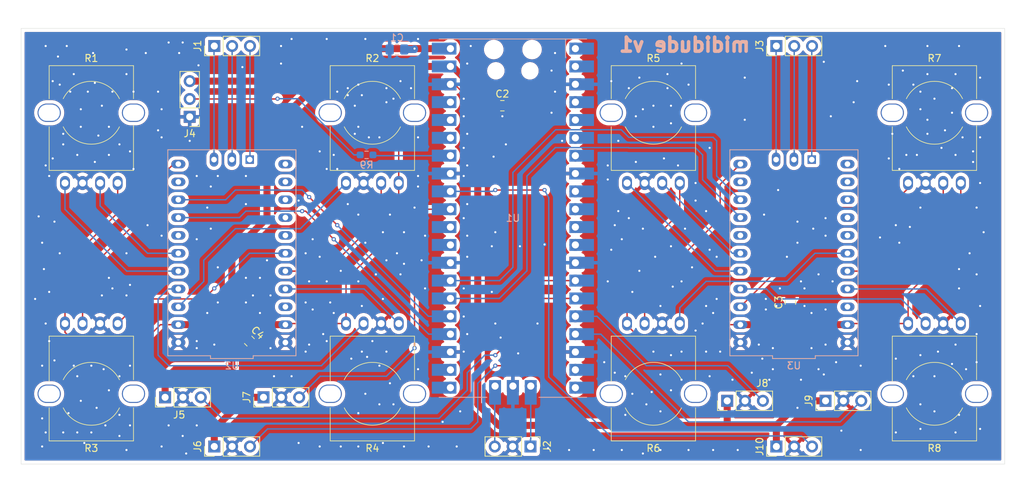
<source format=kicad_pcb>
(kicad_pcb (version 20241229) (generator "pcbnew") (generator_version "9.0")
  (layers (0 "F.Cu" signal) (2 "B.Cu" signal) (13 "F.Paste" user) (15 "B.Paste" user) (5 "F.SilkS" user "F.Silkscreen") (7 "B.SilkS" user "B.Silkscreen") (1 "F.Mask" user) (3 "B.Mask" user) (25 "Edge.Cuts" user))
  (net 0 "")
  (net 1 "VCC")
  (net 2 "GND")
  (net 3 "/R5_0")
  (net 4 "/R5_1")
  (net 5 "/R6_1")
  (net 6 "/R6_0")
  (net 7 "/R7_0")
  (net 8 "/R7_1")
  (net 9 "/R8_0")
  (net 10 "/R8_1")
  (net 32 "/I2C0_SDA")
  (net 38 "/I2C1_SCL")
  (net 40 "Net-(J4-Pin_2)")
  (net 45 "/I2C1_SDA")
  (net 46 "/I2C0_SCL")
  (net 51 "/R1_0")
  (net 52 "/R1_1")
  (net 53 "/R2_1")
  (net 54 "/R2_0")
  (net 55 "/R3_0")
  (net 56 "/R3_1")
  (net 57 "/R4_1")
  (net 58 "/R4_0")
  (net 59 "Net-(J1-Pin_2)")
  (net 60 "Net-(J1-Pin_1)")
  (net 61 "Net-(J1-Pin_3)")
  (net 62 "Net-(J2-Pin_1)")
  (net 63 "Net-(J2-Pin_3)")
  (net 64 "Net-(J3-Pin_2)")
  (net 65 "Net-(J3-Pin_3)")
  (net 66 "Net-(J3-Pin_1)")
  (net 67 "Net-(U1-GPIO28_ADC2)")
  (net 68 "+5V")
  (net 69 "/EXT1")
  (net 70 "/EXT2")
  (net 71 "/EXT3")
  (net 72 "/EXT4")
  (net 73 "/EXT5")
  (net 74 "/EXT6")
  (footprint "Connector_PinHeader_2.54mm:PinHeader_1x03_P2.54mm_Vertical" (layer "F.Cu") (at 71.5 41.5 90)
    (property "Reference" "J1")
    (property "Value" "Conn_01x03_Pin")
  )
  (footprint "Endless_potentiometer:Endless_potentiometer" (layer "F.Cu") (at 94 51)
    (property "Reference" "R2")
    (property "Value" "~")
  )
  (footprint "Connector_PinHeader_2.54mm:PinHeader_1x03_P2.54mm_Vertical" (layer "F.Cu") (at 158.5 92 90)
    (property "Reference" "J9")
    (property "Value" "Conn_01x03_Pin")
  )
  (footprint "Endless_potentiometer:Endless_potentiometer" (layer "F.Cu") (at 174 51)
    (property "Reference" "R7")
    (property "Value" "~")
  )
  (footprint "Connector_PinHeader_2.54mm:PinHeader_1x03_P2.54mm_Vertical" (layer "F.Cu") (at 78.5 91.5 90)
    (property "Reference" "J7")
    (property "Value" "Conn_01x03_Pin")
  )
  (footprint "Connector_PinHeader_2.54mm:PinHeader_1x03_P2.54mm_Vertical" (layer "F.Cu") (at 71.5 98.5 90)
    (property "Reference" "J6")
    (property "Value" "Conn_01x03_Pin")
  )
  (footprint "Connector_PinHeader_2.54mm:PinHeader_1x03_P2.54mm_Vertical" (layer "F.Cu") (at 151.5 41.5 90)
    (property "Reference" "J3")
    (property "Value" "Conn_01x03_Pin")
  )
  (footprint "Connector_PinHeader_2.54mm:PinHeader_1x03_P2.54mm_Vertical" (layer "F.Cu") (at 64.5 91.5 90)
    (property "Reference" "J5")
    (property "Value" "Conn_01x03_Pin")
  )
  (footprint "Connector_PinHeader_2.54mm:PinHeader_1x03_P2.54mm_Vertical" (layer "F.Cu") (at 116.5 98.5 -90)
    (property "Reference" "J2")
    (property "Value" "Conn_01x03_Pin")
  )
  (footprint "Endless_potentiometer:Endless_potentiometer" (layer "F.Cu") (at 54 91 180)
    (property "Reference" "R3")
    (property "Value" "~")
  )
  (footprint "Endless_potentiometer:Endless_potentiometer" (layer "F.Cu") (at 134 91 180)
    (property "Reference" "R6")
    (property "Value" "~")
  )
  (footprint "Connector_PinHeader_2.54mm:PinHeader_1x03_P2.54mm_Vertical" (layer "F.Cu") (at 151.5 98.5 90)
    (property "Reference" "J10")
    (property "Value" "Conn_01x03_Pin")
  )
  (footprint "Endless_potentiometer:Endless_potentiometer" (layer "F.Cu") (at 174 91 180)
    (property "Reference" "R8")
    (property "Value" "~")
  )
  (footprint "Endless_potentiometer:Endless_potentiometer" (layer "F.Cu") (at 54 51)
    (property "Reference" "R1")
    (property "Value" "~")
  )
  (footprint "Connector_PinHeader_2.54mm:PinHeader_1x03_P2.54mm_Vertical" (layer "F.Cu") (at 68 51.58 180)
    (property "Reference" "J4")
    (property "Value" "Conn_01x03_Pin")
  )
  (footprint "Endless_potentiometer:Endless_potentiometer" (layer "F.Cu") (at 94 91 180)
    (property "Reference" "R4")
    (property "Value" "~")
  )
  (footprint "Capacitor_SMD:C_0805_2012Metric_Pad1.18x1.45mm_HandSolder" (layer "F.Cu") (at 112.5 50)
    (property "Reference" "C2")
    (property "Value" "4u7")
  )
  (footprint "Connector_PinHeader_2.54mm:PinHeader_1x03_P2.54mm_Vertical" (layer "F.Cu") (at 144.5 92 90)
    (property "Reference" "J8")
    (property "Value" "Conn_01x03_Pin")
  )
  (footprint "Endless_potentiometer:Endless_potentiometer" (layer "F.Cu") (at 134 51)
    (property "Reference" "R5")
    (property "Value" "~")
  )
  (footprint "Capacitor_SMD:C_0805_2012Metric_Pad1.18x1.45mm_HandSolder" (layer "F.Cu") (at 76.5 83.5 -45)
    (property "Reference" "C4")
    (property "Value" "4u7")
  )
  (footprint "Capacitor_SMD:C_0805_2012Metric_Pad1.18x1.45mm_HandSolder" (layer "F.Cu") (at 153.5 78 90)
    (property "Reference" "C3")
    (property "Value" "4u7")
  )
  (footprint "MCU_RaspberryPi_and_Boards:RPi_Pico_SMD_TH" (layer "B.Cu") (at 114 66 180)
    (property "Reference" "U1")
    (property "Value" "Pico")
  )
  (footprint "MCU_ch32v003_Board:CH32FV003 F1772" (layer "B.Cu") (at 154 71 90)
    (property "Reference" "U3")
    (property "Value" "~")
  )
  (footprint "Capacitor_SMD:C_0805_2012Metric_Pad1.18x1.45mm_HandSolder" (layer "B.Cu") (at 97.5 42 180)
    (property "Reference" "C1")
    (property "Value" "4u7")
  )
  (footprint "MCU_ch32v003_Board:CH32FV003 F1772" (layer "B.Cu") (at 74 71 90)
    (property "Reference" "U2")
    (property "Value" "~")
  )
  (footprint "Resistor_SMD:R_0603_1608Metric_Pad0.98x0.95mm_HandSolder" (layer "B.Cu") (at 93.175 57)
    (property "Reference" "R9")
    (property "Value" "20")
  )
  (gr_rect (start 44 39) (end 184 101) (stroke (width 0.05)) (fill no) (layer "Edge.Cuts"))
  (gr_text "mididude v1" (at 148 42.5 0) (layer "B.SilkS") (effects (font (size 2 2) (thickness 0.5) (bold yes)) (justify left bottom mirror)))
  (segment (start 79 54) (end 79 66) (width 1) (layer "F.Cu") (net 1))
  (segment (start 74 71) (end 74 80) (width 1) (layer "F.Cu") (net 1))
  (segment (start 105.11 44.41) (end 94 44.41) (width 1) (layer "F.Cu") (net 1))
  (segment (start 61 84) (end 63.84 81.16) (width 0.2) (layer "F.Cu") (net 1))
  (segment (start 74.16 81.16) (end 74 81.16) (width 1) (layer "F.Cu") (net 1))
  (segment (start 75 81.16) (end 74 81.16) (width 1) (layer "F.Cu") (net 1))
  (segment (start 151.5 95.5) (end 153.5 93.5) (width 1) (layer "F.Cu") (net 1))
  (segment (start 63.84 81.16) (end 66.38 81.16) (width 0.2) (layer "F.Cu") (net 1))
  (segment (start 153.5 93.5) (end 153.5 92) (width 1) (layer "F.Cu") (net 1))
  (segment (start 74 87.5) (end 74 91.5) (width 1) (layer "F.Cu") (net 1))
  (segment (start 90.25 81) (end 90.25 74.75) (width 0.2) (layer "F.Cu") (net 1))
  (segment (start 177.75 69.25) (end 177.75 61) (width 0.2) (layer "F.Cu") (net 1))
  (segment (start 64.5 89) (end 64.5 91.5) (width 1) (layer "F.Cu") (net 1))
  (segment (start 50.25 82.25) (end 52 84) (width 0.2) (layer "F.Cu") (net 1))
  (segment (start 90.25 81) (end 81.78 81) (width 0.2) (layer "F.Cu") (net 1))
  (segment (start 137.75 61) (end 137.75 65.25) (width 0.2) (layer "F.Cu") (net 1))
  (segment (start 71.5 96) (end 71.5 98.5) (width 1) (layer "F.Cu") (net 1))
  (segment (start 109 92.5) (end 112 95.5) (width 1) (layer "F.Cu") (net 1))
  (segment (start 74 91.5) (end 74 93.5) (width 1) (layer "F.Cu") (net 1))
  (segment (start 112 95.5) (end 144.5 95.5) (width 1) (layer "F.Cu") (net 1))
  (segment (start 57.75 65.25) (end 50.25 72.75) (width 0.2) (layer "F.Cu") (net 1))
  (segment (start 74 81.16) (end 73 81.16) (width 1) (layer "F.Cu") (net 1))
  (segment (start 88.5 44.41) (end 88.5 44.5) (width 1) (layer "F.Cu") (net 1))
  (segment (start 144.5 95.5) (end 151.5 95.5) (width 1) (layer "F.Cu") (net 1))
  (segment (start 88.5 44.5) (end 79 54) (width 1) (layer "F.Cu") (net 1))
  (segment (start 153.5 82.16) (end 154.5 81.16) (width 1) (layer "F.Cu") (net 1))
  (segment (start 158.5 92) (end 153.5 92) (width 1) (layer "F.Cu") (net 1))
  (segment (start 97.75 54.75) (end 94 51) (width 0.2) (layer "F.Cu") (net 1))
  (segment (start 153.5 91) (end 153.5 82.16) (width 1) (layer "F.Cu") (net 1))
  (segment (start 141 84) (end 133 84) (width 0.2) (layer "F.Cu") (net 1))
  (segment (start 109 50) (end 109 92.5) (width 1) (layer "F.Cu") (net 1))
  (segment (start 105.41 44.41) (end 109 48) (width 1) (layer "F.Cu") (net 1))
  (segment (start 75.766377 82.766377) (end 74.16 81.16) (width 1) (layer "F.Cu") (net 1))
  (segment (start 75 81.16) (end 75 81) (width 1) (layer "F.Cu") (net 1))
  (segment (start 109 48) (end 109 50) (width 1) (layer "F.Cu") (net 1))
  (segment (start 73 81.16) (end 66.38 81.16) (width 1) (layer "F.Cu") (net 1))
  (segment (start 151.5 95.5) (end 151.5 98.5) (width 1) (layer "F.Cu") (net 1))
  (segment (start 74 81.16) (end 74 84) (width 1) (layer "F.Cu") (net 1))
  (segment (start 81.78 81) (end 81.62 81.16) (width 0.2) (layer "F.Cu") (net 1))
  (segment (start 74 87.5) (end 66 87.5) (width 1) (layer "F.Cu") (net 1))
  (segment (start 75 81) (end 74 80) (width 1) (layer "F.Cu") (net 1))
  (segment (start 153.5 82.16) (end 153.5 81.16) (width 1) (layer "F.Cu") (net 1))
  (segment (start 97.75 61) (end 97.75 54.75) (width 0.2) (layer "F.Cu") (net 1))
  (segment (start 153.5 81.16) (end 154.5 81.16) (width 1) (layer "F.Cu") (net 1))
  (segment (start 111.55 50) (end 109 50) (width 1) (layer "F.Cu") (net 1))
  (segment (start 52 84) (end 61 84) (width 0.2) (layer "F.Cu") (net 1))
  (segment (start 79 66) (end 74 71) (width 1) (layer "F.Cu") (net 1))
  (segment (start 144.5 95.5) (end 144.5 92) (width 1) (layer "F.Cu") (net 1))
  (segment (start 153.5 81.16) (end 153.5 78.95) (width 1) (layer "F.Cu") (net 1))
  (segment (start 74 93.5) (end 71.5 96) (width 1) (layer "F.Cu") (net 1))
  (segment (start 73 81) (end 74 80) (width 1) (layer "F.Cu") (net 1))
  (segment (start 90.25 74.75) (end 97.75 67.25) (width 0.2) (layer "F.Cu") (net 1))
  (segment (start 57.75 61) (end 57.75 65.25) (width 0.2) (layer "F.Cu") (net 1))
  (segment (start 137.75 65.25) (end 130.25 72.75) (width 0.2) (layer "F.Cu") (net 1))
  (segment (start 94 51) (end 94 44.41) (width 0.2) (layer "F.Cu") (net 1))
  (segment (start 50.25 72.75) (end 50.25 81) (width 0.2) (layer "F.Cu") (net 1))
  (segment (start 73 81.16) (end 73 81) (width 1) (layer "F.Cu") (net 1))
  (segment (start 50.25 81) (end 50.25 82.25) (width 0.2) (layer "F.Cu") (net 1))
  (segment (start 146.38 81.16) (end 143.84 81.16) (width 0.2) (layer "F.Cu") (net 1))
  (segment (start 94 44.41) (end 88.5 44.41) (width 1) (layer "F.Cu") (net 1))
  (segment (start 161.78 81) (end 161.62 81.16) (width 0.2) (layer "F.Cu") (net 1))
  (segment (start 170.25 76.75) (end 177.75 69.25) (width 0.2) (layer "F.Cu") (net 1))
  (segment (start 154.5 81.16) (end 161.62 81.16) (width 1) (layer "F.Cu") (net 1))
  (segment (start 152.5 81.16) (end 146.38 81.16) (width 1) (layer "F.Cu") (net 1))
  (segment (start 130.25 72.75) (end 130.25 81) (width 0.2) (layer "F.Cu") (net 1))
  (segment (start 105.11 44.41) (end 105.41 44.41) (width 1) (layer "F.Cu") (net 1))
  (segment (start 74 84) (end 74 87.5) (width 1) (layer "F.Cu") (net 1))
  (segment (start 66 87.5) (end 64.5 89) (width 1) (layer "F.Cu") (net 1))
  (segment (start 133 84) (end 130.25 81.25) (width 0.2) (layer "F.Cu") (net 1))
  (segment (start 130.25 81.25) (end 130.25 81) (width 0.2) (layer "F.Cu") (net 1))
  (segment (start 97.75 67.25) (end 97.75 61) (width 0.2) (layer "F.Cu") (net 1))
  (segment (start 170.25 81) (end 170.25 76.75) (width 0.2) (layer "F.Cu") (net 1))
  (segment (start 74 91.5) (end 78.5 91.5) (width 1) (layer "F.Cu") (net 1))
  (segment (start 152.5 81.16) (end 153.5 81.16) (width 1) (layer "F.Cu") (net 1))
  (segment (start 170.25 81) (end 161.78 81) (width 0.2) (layer "F.Cu") (net 1))
  (segment (start 81.62 81.16) (end 75 81.16) (width 1) (layer "F.Cu") (net 1))
  (segment (start 153.5 82.16) (end 152.5 81.16) (width 1) (layer "F.Cu") (net 1))
  (segment (start 153.5 92) (end 153.5 91) (width 1) (layer "F.Cu") (net 1))
  (segment (start 143.84 81.16) (end 141 84) (width 0.2) (layer "F.Cu") (net 1))
  (segment (start 105.7 46.95) (end 107 48.25) (width 0.2) (layer "F.Cu") (net 2))
  (segment (start 105.11 46.95) (end 105.7 46.95) (width 0.2) (layer "F.Cu") (net 2))
  (via (at 122 99) (size 0.6) (drill 0.3) (layers "F.Cu" "B.Cu") (net 2))
  (via (at 180 82.5) (size 0.6) (drill 0.3) (layers "F.Cu" "B.Cu") (net 2))
  (via (at 180.5 96) (size 0.6) (drill 0.3) (layers "F.Cu" "B.Cu") (net 2))
  (via (at 97.5 71) (size 0.6) (drill 0.3) (layers "F.Cu" "B.Cu") (net 2))
  (via (at 107 76) (size 0.6) (drill 0.3) (layers "F.Cu" "B.Cu") (net 2))
  (via (at 70.5 64.5) (size 0.6) (drill 0.3) (layers "F.Cu" "B.Cu") (net 2))
  (via (at 132 46) (size 0.6) (drill 0.3) (layers "F.Cu" "B.Cu") (net 2))
  (via (at 111.25 57.25) (size 0.6) (drill 0.3) (layers "F.Cu" "B.Cu") (net 2))
  (via (at 106.5 93.5) (size 0.6) (drill 0.3) (layers "F.Cu" "B.Cu") (net 2))
  (via (at 65 41) (size 0.6) (drill 0.3) (layers "F.Cu" "B.Cu") (net 2))
  (via (at 55.75 87.5) (size 0.6) (drill 0.3) (layers "F.Cu" "B.Cu") (net 2))
  (via (at 158.5 68.5) (size 0.6) (drill 0.3) (layers "F.Cu" "B.Cu") (net 2))
  (via (at 46 77.5) (size 0.6) (drill 0.3) (layers "F.Cu" "B.Cu") (net 2))
  (via (at 107 66) (size 0.6) (drill 0.3) (layers "F.Cu" "B.Cu") (net 2))
  (via (at 175.5 53.5) (size 0.6) (drill 0.3) (layers "F.Cu" "B.Cu") (net 2))
  (via (at 48 60) (size 0.6) (drill 0.3) (layers "F.Cu" "B.Cu") (net 2))
  (via (at 107.5 68.5) (size 0.6) (drill 0.3) (layers "F.Cu" "B.Cu") (net 2))
  (via (at 55 54.25) (size 0.6) (drill 0.3) (layers "F.Cu" "B.Cu") (net 2))
  (via (at 128.5 67) (size 0.6) (drill 0.3) (layers "F.Cu" "B.Cu") (net 2))
  (via (at 172 96) (size 0.6) (drill 0.3) (layers "F.Cu" "B.Cu") (net 2))
  (via (at 142 70.5) (size 0.6) (drill 0.3) (layers "F.Cu" "B.Cu") (net 2))
  (via (at 158.5 79) (size 0.6) (drill 0.3) (layers "F.Cu" "B.Cu") (net 2))
  (via (at 92 98.5) (size 0.6) (drill 0.3) (layers "F.Cu" "B.Cu") (net 2))
  (via (at 138 44) (size 0.6) (drill 0.3) (layers "F.Cu" "B.Cu") (net 2))
  (via (at 167 41.5) (size 0.6) (drill 0.3) (layers "F.Cu" "B.Cu") (net 2))
  (via (at 180 74) (size 0.6) (drill 0.3) (layers "F.Cu" "B.Cu") (net 2))
  (via (at 134 85) (size 0.6) (drill 0.3) (layers "F.Cu" "B.Cu") (net 2))
  (via (at 173 41.5) (size 0.6) (drill 0.3) (layers "F.Cu" "B.Cu") (net 2))
  (via (at 132.5 67.5) (size 0.6) (drill 0.3) (layers "F.Cu" "B.Cu") (net 2))
  (via (at 111 76.5) (size 0.6) (drill 0.3) (layers "F.Cu" "B.Cu") (net 2))
  (via (at 47 98.5) (size 0.6) (drill 0.3) (layers "F.Cu" "B.Cu") (net 2))
  (via (at 180 64.5) (size 0.6) (drill 0.3) (layers "F.Cu" "B.Cu") (net 2))
  (via (at 107 60) (size 0.6) (drill 0.3) (layers "F.Cu" "B.Cu") (net 2))
  (via (at 155.5 76) (size 0.6) (drill 0.3) (layers "F.Cu" "B.Cu") (net 2))
  (via (at 54 96.5) (size 0.6) (drill 0.3) (layers "F.Cu" "B.Cu") (net 2))
  (via (at 113 55.5) (size 0.6) (drill 0.3) (layers "F.Cu" "B.Cu") (net 2))
  (via (at 82.5 40.5) (size 0.6) (drill 0.3) (layers "F.Cu" "B.Cu") (net 2))
  (via (at 119.5 51) (size 0.6) (drill 0.3) (layers "F.Cu" "B.Cu") (net 2))
  (via (at 172 92.5) (size 0.6) (drill 0.3) (layers "F.Cu" "B.Cu") (net 2))
  (via (at 50.5 41.5) (size 0.6) (drill 0.3) (layers "F.Cu" "B.Cu") (net 2))
  (via (at 155.5 78.5) (size 0.6) (drill 0.3) (layers "F.Cu" "B.Cu") (net 2))
  (via (at 158.25 88.25) (size 0.6) (drill 0.3) (layers "F.Cu" "B.Cu") (net 2))
  (via (at 69 69) (size 0.6) (drill 0.3) (layers "F.Cu" "B.Cu") (net 2))
  (via (at 128 46.5) (size 0.6) (drill 0.3) (layers "F.Cu" "B.Cu") (net 2))
  (via (at 52.5 50.5) (size 0.6) (drill 0.3) (layers "F.Cu" "B.Cu") (net 2))
  (via (at 167.5 57.5) (size 0.6) (drill 0.3) (layers "F.Cu" "B.Cu") (net 2))
  (via (at 72 78) (size 0.6) (drill 0.3) (layers "F.Cu" "B.Cu") (net 2))
  (via (at 71 61.5) (size 0.6) (drill 0.3) (layers "F.Cu" "B.Cu") (net 2))
  (via (at 155 75) (size 0.6) (drill 0.3) (layers "F.Cu" "B.Cu") (net 2))
  (via (at 84.5 78) (size 0.6) (drill 0.3) (layers "F.Cu" "B.Cu") (net 2))
  (via (at 128 70.5) (size 0.6) (drill 0.3) (layers "F.Cu" "B.Cu") (net 2))
  (via (at 160 86.5) (size 0.6) (drill 0.3) (layers "F.Cu" "B.Cu") (net 2))
  (via (at 69.25 44.25) (size 0.6) (drill 0.3) (layers "F.Cu" "B.Cu") (net 2))
  (via (at 157.5 74) (size 0.6) (drill 0.3) (layers "F.Cu" "B.Cu") (net 2))
  (via (at 90.5 64) (size 0.6) (drill 0.3) (layers "F.Cu" "B.Cu") (net 2))
  (via (at 107.5 82.5) (size 0.6) (drill 0.3) (layers "F.Cu" "B.Cu") (net 2))
  (via (at 156.5 84.5) (size 0.6) (drill 0.3) (layers "F.Cu" "B.Cu") (net 2))
  (via (at 101.5 76) (size 0.6) (drill 0.3) (layers "F.Cu" "B.Cu") (net 2))
  (via (at 62 67) (size 0.6) (drill 0.3) (layers "F.Cu" "B.Cu") (net 2))
  (via (at 140 63.5) (size 0.6) (drill 0.3) (layers "F.Cu" "B.Cu") (net 2))
  (via (at 52 88.5) (size 0.6) (drill 0.3) (layers "F.Cu" "B.Cu") (net 2))
  (via (at 152 76) (size 0.6) (drill 0.3) (layers "F.Cu" "B.Cu") (net 2))
  (via (at 111 70) (size 0.6) (drill 0.3) (layers "F.Cu" "B.Cu") (net 2))
  (via (at 140 61) (size 0.6) (drill 0.3) (layers "F.Cu" "B.Cu") (net 2))
  (via (at 57 48) (size 0.6) (drill 0.3) (layers "F.Cu" "B.Cu") (net 2))
  (via (at 100.5 54.5) (size 0.6) (drill 0.3) (layers "F.Cu" "B.Cu") (net 2))
  (via (at 55.5 77) (size 0.6) (drill 0.3) (layers "F.Cu" "B.Cu") (net 2))
  (via (at 158.25 43.75) (size 0.6) (drill 0.3) (layers "F.Cu" "B.Cu") (net 2))
  (via (at 171 88.5) (size 0.6) (drill 0.3) (layers "F.Cu" "B.Cu") (net 2))
  (via (at 130 88.5) (size 0.6) (drill 0.3) (layers "F.Cu" "B.Cu") (net 2))
  (via (at 169.5 45) (size 0.6) (drill 0.3) (layers "F.Cu" "B.Cu") (net 2))
  (via (at 179.5 56.5) (size 0.6) (drill 0.3) (layers "F.Cu" "B.Cu") (net 2))
  (via (at 151 87.5) (size 0.6) (drill 0.3) (layers "F.Cu" "B.Cu") (net 2))
  (via (at 168.5 86) (size 0.6) (drill 0.3) (layers "F.Cu" "B.Cu") (net 2))
  (via (at 160.75 96.25) (size 0.6) (drill 0.3) (layers "F.Cu" "B.Cu") (net 2))
  (via (at 58 97) (size 0.6) (drill 0.3) (layers "F.Cu" "B.Cu") (net 2))
  (via (at 69 60) (size 0.6) (drill 0.3) (layers "F.Cu" "B.Cu") (net 2))
  (via (at 82.5 88.5) (size 0.6) (drill 0.3) (layers "F.Cu" "B.Cu") (net 2))
  (via (at 86.5 98.5) (size 0.6) (drill 0.3) (layers "F.Cu" "B.Cu") (net 2))
  (via (at 98.5 72.5) (size 0.6) (drill 0.3) (layers "F.Cu" "B.Cu") (net 2))
  (via (at 76 74.5) (size 0.6) (drill 0.3) (layers "F.Cu" "B.Cu") (net 2))
  (via (at 95.5 68) (size 0.6) (drill 0.3) (layers "F.Cu" "B.Cu") (net 2))
  (via (at 92 93.75) (size 0.6) (drill 0.3) (layers "F.Cu" "B.Cu") (net 2))
  (via (at 172 64.5) (size 0.6) (drill 0.3) (layers "F.Cu" "B.Cu") (net 2))
  (via (at 178 54.5) (size 0.6) (drill 0.3) (layers "F.Cu" "B.Cu") (net 2))
  (via (at 92 75) (size 0.6) (drill 0.3) (layers "F.Cu" "B.Cu") (net 2))
  (via (at 59 45.5) (size 0.6) (drill 0.3) (layers "F.Cu" "B.Cu") (net 2))
  (via (at 84.5 85) (size 0.6) (drill 0.3) (layers "F.Cu" "B.Cu") (net 2))
  (via (at 71.5 84) (size 0.6) (drill 0.3) (layers "F.Cu" "B.Cu") (net 2))
  (via (at 95 92.5) (size 0.6) (drill 0.3) (layers "F.Cu" "B.Cu") (net 2))
  (via (at 85.5 69) (size 0.6) (drill 0.3) (layers "F.Cu" "B.Cu") (net 2))
  (via (at 48 76.5) (size 0.6) (drill 0.3) (layers "F.Cu" "B.Cu") (net 2))
  (via (at 98 74) (size 0.6) (drill 0.3) (layers "F.Cu" "B.Cu") (net 2))
  (via (at 92.5 78.5) (size 0.6) (drill 0.3) (layers "F.Cu" "B.Cu") (net 2))
  (via (at 181 68) (size 0.6) (drill 0.3) (layers "F.Cu" "B.Cu") (net 2))
  (via (at 136.5 50) (size 0.6) (drill 0.3) (layers "F.Cu" "B.Cu") (net 2))
  (via (at 167.5 47) (size 0.6) (drill 0.3) (layers "F.Cu" "B.Cu") (net 2))
  (via (at 89 59) (size 0.6) (drill 0.3) (layers "F.Cu" "B.Cu") (net 2))
  (via (at 93 69.5) (size 0.6) (drill 0.3) (layers "F.Cu" "B.Cu") (net 2))
  (via (at 60 48) (size 0.6) (drill 0.3) (layers "F.Cu" "B.Cu") (net 2))
  (via (at 48 83.5) (size 0.6) (drill 0.3) (layers "F.Cu" "B.Cu") (net 2))
  (via (at 71 67.5) (size 0.6) (drill 0.3) (layers "F.Cu" "B.Cu") (net 2))
  (via (at 47.25 73.25) (size 0.6) (drill 0.3) (layers "F.Cu" "B.Cu") (net 2))
  (via (at 133 92.5) (size 0.6) (drill 0.3) (layers "F.Cu" "B.Cu") (net 2))
  (via (at 72 60) (size 0.6) (drill 0.3) (layers "F.Cu" "B.Cu") (net 2))
  (via (at 141.5 65) (size 0.6) (drill 0.3) (layers "F.Cu" "B.Cu") (net 2))
  (via (at 129 55) (size 0.6) (drill 0.3) (layers "F.Cu" "B.Cu") (net 2))
  (via (at 97 92.5) (size 0.6) (drill 0.3) (layers "F.Cu" "B.Cu") (net 2))
  (via (at 136.5 85.5) (size 0.6) (drill 0.3) (layers "F.Cu" "B.Cu") (net 2))
  (via (at 65 95.5) (size 0.6) (drill 0.3) (layers "F.Cu" "B.Cu") (net 2))
  (via (at 154.5 69.5) (size 0.6) (drill 0.3) (layers "F.Cu" "B.Cu") (net 2))
  (via (at 75.5 44.5) (size 0.6) (drill 0.3) (layers "F.Cu" "B.Cu") (net 2))
  (via (at 53.5 48) (size 0.6) (drill 0.3) (layers "F.Cu" "B.Cu") (net 2))
  (via (at 96 85) (size 0.6) (drill 0.3) (layers "F.Cu" "B.Cu") (net 2))
  (via (at 114.75 85.25) (size 0.6) (drill 0.3) (layers "F.Cu" "B.Cu") (net 2))
  (via (at 100.5 87.5) (size 0.6) (drill 0.3) (layers "F.Cu" "B.Cu") (net 2))
  (via (at 52.5 92) (size 0.6) (drill 0.3) (layers "F.Cu" "B.Cu") (net 2))
  (via (at 94.5 74) (size 0.6) (drill 0.3) (layers "F.Cu" "B.Cu") (net 2))
  (via (at 158.5 66) (size 0.6) (drill 0.3) (layers "F.Cu" "B.Cu") (net 2))
  (via (at 92 47) (size 0.6) (drill 0.3) (layers "F.Cu" "B.Cu") (net 2))
  (via (at 85 84) (size 0.6) (drill 0.3) (layers "F.Cu" "B.Cu") (net 2))
  (via (at 136 47.5) (size 0.6) (drill 0.3) (layers "F.Cu" "B.Cu") (net 2))
  (via (at 149.5 86) (size 0.6) (drill 0.3) (layers "F.Cu" "B.Cu") (net 2))
  (via (at 168.5 67) (size 0.6) (drill 0.3) (layers "F.Cu" "B.Cu") (net 2))
  (via (at 91.5 50) (size 0.6) (drill 0.3) (layers "F.Cu" "B.Cu") (net 2))
  (via (at 150 79) (size 0.6) (drill 0.3) (layers "F.Cu" "B.Cu") (net 2))
  (via (at 86.5 56.5) (size 0.6) (drill 0.3) (layers "F.Cu" "B.Cu") (net 2))
  (via (at 146 99) (size 0.6) (drill 0.3) (layers "F.Cu" "B.Cu") (net 2))
  (via (at 67.5 99.5) (size 0.6) (drill 0.3) (layers "F.Cu" "B.Cu") (net 2))
  (via (at 139 99) (size 0.6) (drill 0.3) (layers "F.Cu" "B.Cu") (net 2))
  (via (at 154.5 66.5) (size 0.6) (drill 0.3) (layers "F.Cu" "B.Cu") (net 2))
  (via (at 177.5 94) (size 0.6) (drill 0.3) (layers "F.Cu" "B.Cu") (net 2))
  (via (at 141.5 78.5) (size 0.6) (drill 0.3) (layers "F.Cu" "B.Cu") (net 2))
  (via (at 159.5 75) (size 0.6) (drill 0.3) (layers "F.Cu" "B.Cu") (net 2))
  (via (at 95 54.5) (size 0.6) (drill 0.3) (layers "F.Cu" "B.Cu") (net 2))
  (via (at 59 99) (size 0.6) (drill 0.3) (layers "F.Cu" "B.Cu") (net 2))
  (via (at 107.5 64) (size 0.6) (drill 0.3) (layers "F.Cu" "B.Cu") (net 2))
  (via (at 87.5 59) (size 0.6) (drill 0.3) (layers "F.Cu" "B.Cu") (net 2))
  (via (at 78 79.5) (size 0.6) (drill 0.3) (layers "F.Cu" "B.Cu") (net 2))
  (via (at 70.5 79.5) (size 0.6) (drill 0.3) (layers "F.Cu" "B.Cu") (net 2))
  (via (at 138.5 67.5) (size 0.6) (drill 0.3) (layers "F.Cu" "B.Cu") (net 2))
  (via (at 100 64.5) (size 0.6) (drill 0.3) (layers "F.Cu" "B.Cu") (net 2))
  (via (at 138 89) (size 0.6) (drill 0.3) (layers "F.Cu" "B.Cu") (net 2))
  (via (at 79 72) (size 0.6) (drill 0.3) (layers "F.Cu" "B.Cu") (net 2))
  (via (at 121 55) (size 0.6) (drill 0.3) (layers "F.Cu" "B.Cu") (net 2))
  (via (at 96.5 89.5) (size 0.6) (drill 0.3) (layers "F.Cu" "B.Cu") (net 2))
  (via (at 179 71) (size 0.6) (drill 0.3) (layers "F.Cu" "B.Cu") (net 2))
  (via (at 142 88.5) (size 0.6) (drill 0.3) (layers "F.Cu" "B.Cu") (net 2))
  (via (at 180.5 46) (size 0.6) (drill 0.3) (layers "F.Cu" "B.Cu") (net 2))
  (via (at 127 86.5) (size 0.6) (drill 0.3) (layers "F.Cu" "B.Cu") (net 2))
  (via (at 64 54.5) (size 0.6) (drill 0.3) (layers "F.Cu" "B.Cu") (net 2))
  (via (at 147 52) (size 0.6) (drill 0.3) (layers "F.Cu" "B.Cu") (net 2))
  (via (at 136.5 70) (size 0.6) (drill 0.3) (layers "F.Cu" "B.Cu") (net 2))
  (via (at 89.5 73.5) (size 0.6) (drill 0.3) (layers "F.Cu" "B.Cu") (net 2))
  (via (at 54.5 58) (size 0.6) (drill 0.3) (layers "F.Cu" "B.Cu") (net 2))
  (via (at 56.5 57) (size 0.6) (drill 0.3) (layers "F.Cu" "B.Cu") (net 2))
  (via (at 136.75 75.75) (size 0.6) (drill 0.3) (layers "F.Cu" "B.Cu") (net 2))
  (via (at 68 55) (size 0.6) (drill 0.3) (layers "F.Cu" "B.Cu") (net 2))
  (via (at 131 76.5) (size 0.6) (drill 0.3) (layers "F.Cu" "B.Cu") (net 2))
  (via (at 134 53) (size 0.6) (drill 0.3) (layers "F.Cu" "B.Cu") (net 2))
  (via (at 173 52) (size 0.6) (drill 0.3) (layers "F.Cu" "B.Cu") (net 2))
  (via (at 156.5 79.5) (size 0.6) (drill 0.3) (layers "F.Cu" "B.Cu") (net 2))
  (via (at 107 49) (size 0.6) (drill 0.3) (layers "F.Cu" "B.Cu") (net 2))
  (via (at 52 57) (size 0.6) (drill 0.3) (layers "F.Cu" "B.Cu") (net 2))
  (via (at 59 77) (size 0.6) (drill 0.3) (layers "F.Cu" "B.Cu") (net 2))
  (via (at 107.5 54) (size 0.6) (drill 0.3) (layers "F.Cu" "B.Cu") (net 2))
  (via (at 169 59) (size 0.6) (drill 0.3) (layers "F.Cu" "B.Cu") (net 2))
  (via (at 54 87) (size 0.6) (drill 0.3) (layers "F.Cu" "B.Cu") (net 2))
  (via (at 59.5 75.5) (size 0.6) (drill 0.3) (layers "F.Cu" "B.Cu") (net 2))
  (via (at 107 85) (size 0.6) (drill 0.3) (layers "F.Cu" "B.Cu") (net 2))
  (via (at 96 72) (size 0.6) (drill 0.3) (layers "F.Cu" "B.Cu") (net 2))
  (via (at 129 65) (size 0.6) (drill 0.3) (layers "F.Cu" "B.Cu") (net 2))
  (via (at 159.25 51.5) (size 0.6) (drill 0.3) (layers "F.Cu" "B.Cu") (net 2))
  (via (at 173 45.5) (size 0.6) (drill 0.3) (layers "F.Cu" "B.Cu") (net 2))
  (via (at 51.5 45.5) (size 0.6) (drill 0.3) (layers "F.Cu" "B.Cu") (net 2))
  (via (at 87.5 75) (size 0.6) (drill 0.3) (layers "F.Cu" "B.Cu") (net 2))
  (via (at 92 65.5) (size 0.6) (drill 0.3) (layers "F.Cu" "B.Cu") (net 2))
  (via (at 93 91) (size 0.6) (drill 0.3) (layers "F.Cu" "B.Cu") (net 2))
  (via (at 139.5 73) (size 0.6) (drill 0.3) (layers "F.Cu" "B.Cu") (net 2))
  (via (at 66.5 42.5) (size 0.6) (drill 0.3) (layers "F.Cu" "B.Cu") (net 2))
  (via (at 50 54) (size 0.6) (drill 0.3) (layers "F.Cu" "B.Cu") (net 2))
  (via (at 107 80) (size 0.6) (drill 0.3) (layers "F.Cu" "B.Cu") (net 2))
  (via (at 151.75 62) (size 0.6) (drill 0.3) (layers "F.Cu" "B.Cu") (net 2))
  (via (at 143 77.5) (size 0.6) (drill 0.3) (layers "F.Cu" "B.Cu") (net 2))
  (via (at 127.5 75) (size 0.6) (drill 0.3) (layers "F.Cu" "B.Cu") (net 2))
  (via (at 157.5 87.5) (size 0.6) (drill 0.3) (layers "F.Cu" "B.Cu") (net 2))
  (via (at 98.5 68) (size 0.6) (drill 0.3) (layers "F.Cu" "B.Cu") (net 2))
  (via (at 64 98.5) (size 0.6) (drill 0.3) (layers "F.Cu" "B.Cu") (net 2))
  (via (at 90.5 47.5) (size 0.6) (drill 0.3) (layers "F.Cu" "B.Cu") (net 2))
  (via (at 83.5 98) (size 0.6) (drill 0.3) (layers "F.Cu" "B.Cu") (net 2))
  (via (at 96 47.5) (size 0.6) (drill 0.3) (layers "F.Cu" "B.Cu") (net 2))
  (via (at 151.5 78.5) (size 0.6) (drill 0.3) (layers "F.Cu" "B.Cu") (net 2))
  (via (at 87.5 83.5) (size 0.6) (drill 0.3) (layers "F.Cu" "B.Cu") (net 2))
  (via (at 119 98.75) (size 0.6) (drill 0.3) (layers "F.Cu" "B.Cu") (net 2))
  (via (at 64 68.5) (size 0.6) (drill 0.3) (layers "F.Cu" "B.Cu") (net 2))
  (via (at 50 96.5) (size 0.6) (drill 0.3) (layers "F.Cu" "B.Cu") (net 2))
  (via (at 56 95.5) (size 0.6) (drill 0.3) (layers "F.Cu" "B.Cu") (net 2))
  (via (at 95.5 98) (size 0.6) (drill 0.3) (layers "F.Cu" "B.Cu") (net 2))
  (via (at 135 88.25) (size 0.6) (drill 0.3) (layers "F.Cu" "B.Cu") (net 2))
  (via (at 106 98.5) (size 0.6) (drill 0.3) (layers "F.Cu" "B.Cu") (net 2))
  (via (at 54.75 93) (size 0.6) (drill 0.3) (layers "F.Cu" "B.Cu") (net 2))
  (via (at 52.5 53) (size 0.6) (drill 0.3) (layers "F.Cu" "B.Cu") (net 2))
  (via (at 135 99) (size 0.6) (drill 0.3) (layers "F.Cu" "B.Cu") (net 2))
  (via (at 136.5 90.5) (size 0.6) (drill 0.3) (layers "F.Cu" "B.Cu") (net 2))
  (via (at 135 93.5) (size 0.6) (drill 0.3) (layers "F.Cu" "B.Cu") (net 2))
  (via (at 67 41) (size 0.6) (drill 0.3) (layers "F.Cu" "B.Cu") (net 2))
  (via (at 47.5 96.5) (size 0.6) (drill 0.3) (layers "F.Cu" "B.Cu") (net 2))
  (via (at 100.5 40.5) (size 0.6) (drill 0.3) (layers "F.Cu" "B.Cu") (net 2))
  (via (at 119.5 45) (size 0.6) (drill 0.3) (layers "F.Cu" "B.Cu") (net 2))
  (via (at 69 84.5) (size 0.6) (drill 0.3) (layers "F.Cu" "B.Cu") (net 2))
  (via (at 177 96.5) (size 0.6) (drill 0.3) (layers "F.Cu" "B.Cu") (net 2))
  (via (at 177 45.5) (size 0.6) (drill 0.3) (layers "F.Cu" "B.Cu") (net 2))
  (via (at 180.5 61) (size 0.6) (drill 0.3) (layers "F.Cu" "B.Cu") (net 2))
  (via (at 130.5 66) (size 0.6) (drill 0.3) (layers "F.Cu" "B.Cu") (net 2))
  (via (at 48.75 66.5) (size 0.6) (drill 0.3) (layers "F.Cu" "B.Cu") (net 2))
  (via (at 48.5 46.5) (size 0.6) (drill 0.3) (layers "F.Cu" "B.Cu") (net 2))
  (via (at 171 47) (size 0.6) (drill 0.3) (layers "F.Cu" "B.Cu") (net 2))
  (via (at 76 60) (size 0.6) (drill 0.3) (layers "F.Cu" "B.Cu") (net 2))
  (via (at 120 48) (size 0.6) (drill 0.3) (layers "F.Cu" "B.Cu") (net 2))
  (via (at 158.5 84) (size 0.6) (drill 0.3) (layers "F.Cu" "B.Cu") (net 2))
  (via (at 47 69.5) (size 0.6) (drill 0.3) (layers "F.Cu" "B.Cu") (net 2))
  (via (at 107.5 44) (size 0.6) (drill 0.3) (layers "F.Cu" "B.Cu") (net 2))
  (via (at 81 41.5) (size 0.6) (drill 0.3) (layers "F.Cu" "B.Cu") (net 2))
  (via (at 107.5 71.5) (size 0.6) (drill 0.3) (layers "F.Cu" "B.Cu") (net 2))
  (via (at 81 44) (size 0.6) (drill 0.3) (layers "F.Cu" "B.Cu") (net 2))
  (via (at 104 95) (size 0.6) (drill 0.3) (layers "F.Cu" "B.Cu") (net 2))
  (via (at 55.5 50) (size 0.6) (drill 0.3) (layers "F.Cu" "B.Cu") (net 2))
  (via (at 84.5 71) (size 0.6) (drill 0.3) (layers "F.Cu" "B.Cu") (net 2))
  (via (at 174 93.5) (size 0.6) (drill 0.3) (layers "F.Cu" "B.Cu") (net 2))
  (via (at 111.5 68) (size 0.6) (drill 0.3) (layers "F.Cu" "B.Cu") (net 2))
  (via (at 88 78) (size 0.6) (drill 0.3) (layers "F.Cu" "B.Cu") (net 2))
  (via (at 50.75 93.75) (size 0.6) (drill 0.3) (layers "F.Cu" "B.Cu") (net 2))
  (via (at 87 82.5) (size 0.6) (drill 0.3) (layers "F.Cu" "B.Cu") (net 2))
  (via (at 48.5 57.5) (size 0.6) (drill 0.3) (layers "F.Cu" "B.Cu") (net 2))
  (via (at 85.5 79) (size 0.6) (drill 0.3) (layers "F.Cu" "B.Cu") (net 2))
  (via (at 143.5 85) (size 0.6) (drill 0.3) (layers "F.Cu" "B.Cu") (net 2))
  (via (at 89.5 98.5) (size 0.6) (drill 0.3) (layers "F.Cu" "B.Cu") (net 2))
  (via (at 107 56) (size 0.6) (drill 0.3) (layers "F.Cu" "B.Cu") (net 2))
  (via (at 145.25 89) (size 0.6) (drill 0.3) (layers "F.Cu" "B.Cu") (net 2))
  (via (at 99.5 47.5) (size 0.6) (drill 0.3) (layers "F.Cu" "B.Cu") (net 2))
  (via (at 111.5 81) (size 0.6) (drill 0.3) (layers "F.Cu" "B.Cu") (net 2))
  (via (at 178.5 87.5) (size 0.6) (drill 0.3) (layers "F.Cu" "B.Cu") (net 2))
  (via (at 93.5 54.5) (size 0.6) (drill 0.3) (layers "F.Cu" "B.Cu") (net 2))
  (via (at 96 49.5) (size 0.6) (drill 0.3) (layers "F.Cu" "B.Cu") (net 2))
  (via (at 150 77.5) (size 0.6) (drill 0.3) (layers "F.Cu" "B.Cu") (net 2))
  (via (at 149 84) (size 0.6) (drill 0.3) (layers "F.Cu" "B.Cu") (net 2))
  (via (at 166.25 68.75) (size 0.6) (drill 0.3) (layers "F.Cu" "B.Cu") (net 2))
  (via (at 49.5 71) (size 0.6) (drill 0.3) (layers "F.Cu" "B.Cu") (net 2))
  (via (at 61.75 42.5) (size 0.6) (drill 0.3) (layers "F.Cu" "B.Cu") (net 2))
  (via (at 84 53) (size 0.6) (drill 0.3) (layers "F.Cu" "B.Cu") (net 2))
  (via (at 137.5 58.5) (size 0.6) (drill 0.3) (layers "F.Cu" "B.Cu") (net 2))
  (via (at 115 70) (size 0.6) (drill 0.3) (layers "F.Cu" "B.Cu") (net 2))
  (via (at 127.5 60.5) (size 0.6) (drill 0.3) (layers "F.Cu" "B.Cu") (net 2))
  (via (at 79.5 84.5) (size 0.6) (drill 0.3) (layers "F.Cu" "B.Cu") (net 2))
  (via (at 100.5 61.5) (size 0.6) (drill 0.3) (layers "F.Cu" "B.Cu") (net 2))
  (via (at 177 57) (size 0.6) (drill 0.3) (layers "F.Cu" "B.Cu") (net 2))
  (via (at 46.5 65.75) (size 0.6) (drill 0.3) (layers "F.Cu" "B.Cu") (net 2))
  (via (at 170.5 67.25) (size 0.6) (drill 0.3) (layers "F.Cu" "B.Cu") (net 2))
  (via (at 138 75) (size 0.6) (drill 0.3) (layers "F.Cu" "B.Cu") (net 2))
  (via (at 177.5 41.5) (size 0.6) (drill 0.3) (layers "F.Cu" "B.Cu") (net 2))
  (via (at 108 41.5) (size 0.6) (drill 0.3) (layers "F.Cu" "B.Cu") (net 2))
  (via (at 154.5 93) (size 0.6) (drill 0.3) (layers "F.Cu" "B.Cu") (net 2))
  (via (at 79.5 77) (size 0.6) (drill 0.3) (layers "F.Cu" "B.Cu") (net 2))
  (via (at 141 81) (size 0.6) (drill 0.3) (layers "F.Cu" "B.Cu") (net 2))
  (via (at 60 59) (size 0.6) (drill 0.3) (layers "F.Cu" "B.Cu") (net 2))
  (via (at 180.5 78.5) (size 0.6) (drill 0.3) (layers "F.Cu" "B.Cu") (net 2))
  (via (at 50 55.5) (size 0.6) (drill 0.3) (layers "F.Cu" "B.Cu") (net 2))
  (via (at 177.5 76) (size 0.6) (drill 0.3) (layers "F.Cu" "B.Cu") (net 2))
  (via (at 142.5 99) (size 0.6) (drill 0.3) (layers "F.Cu" "B.Cu") (net 2))
  (via (at 133.75 90.75) (size 0.6) (drill 0.3) (layers "F.Cu" "B.Cu") (net 2))
  (via (at 80 88.5) (size 0.6) (drill 0.3) (layers "F.Cu" "B.Cu") (net 2))
  (via (at 59.5 87) (size 0.6) (drill 0.3) (layers "F.Cu" "B.Cu") (net 2))
  (via (at 132 73.5) (size 0.6) (drill 0.3) (layers "F.Cu" "B.Cu") (net 2))
  (via (at 163.5 99) (size 0.6) (drill 0.3) (layers "F.Cu" "B.Cu") (net 2))
  (via (at 120 42.5) (size 0.6) (drill 0.3) (layers "F.Cu" "B.Cu") (net 2))
  (via (at 58 55.5) (size 0.6) (drill 0.3) (layers "F.Cu" "B.Cu") (net 2))
  (via (at 176.5 51) (size 0.6) (drill 0.3) (layers "F.Cu" "B.Cu") (net 2))
  (via (at 118.5 69.75) (size 0.6) (drill 0.3) (layers "F.Cu" "B.Cu") (net 2))
  (via (at 128.5 88) (size 0.6) (drill 0.3) (layers "F.Cu" "B.Cu") (net 2))
  (via (at 102 98.5) (size 0.6) (drill 0.3) (layers "F.Cu" "B.Cu") (net 2))
  (via (at 95 87) (size 0.6) (drill 0.3) (layers "F.Cu" "B.Cu") (net 2))
  (via (at 135 78.5) (size 0.6) (drill 0.3) (layers "F.Cu" "B.Cu") (net 2))
  (via (at 51 48) (size 0.6) (drill 0.3) (layers "F.Cu" "B.Cu") (net 2))
  (via (at 174.5 85) (size 0.6) (drill 0.3) (layers "F.Cu" "B.Cu") (net 2))
  (via (at 101 72) (size 0.6) (drill 0.3) (layers "F.Cu" "B.Cu") (net 2))
  (via (at 132.5 99.5) (size 0.6) (drill 0.3) (layers "F.Cu" "B.Cu") (net 2))
  (via (at 97 49) (size 0.6) (drill 0.3) (layers "F.Cu" "B.Cu") (net 2))
  (via (at 49.25 43) (size 0.6) (drill 0.3) (layers "F.Cu" "B.Cu") (net 2))
  (via (at 173 54) (size 0.6) (drill 0.3) (layers "F.Cu" "B.Cu") (net 2))
  (via (at 177 84) (size 0.6) (drill 0.3) (layers "F.Cu" "B.Cu") (net 2))
  (via (at 67 97) (size 0.6) (drill 0.3) (layers "F.Cu" "B.Cu") (net 2))
  (via (at 47 87) (size 0.6) (drill 0.3) (layers "F.Cu" "B.Cu") (net 2))
  (via (at 98.5 98.5) (size 0.6) (drill 0.3) (layers "F.Cu" "B.Cu") (net 2))
  (via (at 134 50) (size 0.6) (drill 0.3) (layers "F.Cu" "B.Cu") (net 2))
  (via (at 129.5 99) (size 0.6) (drill 0.3) (layers "F.Cu" "B.Cu") (net 2))
  (via (at 78 74.5) (size 0.6) (drill 0.3) (layers "F.Cu" "B.Cu") (net 2))
  (via (at 77 77) (size 0.6) (drill 0.3) (layers "F.Cu" "B.Cu") (net 2))
  (via (at 112.5 51.5) (size 0.6) (drill 0.3) (layers "F.Cu" "B.Cu") (net 2))
  (via (at 72 73) (size 0.6) (drill 0.3) (layers "F.Cu" "B.Cu") (net 2))
  (via (at 76 78) (size 0.6) (drill 0.3) (layers "F.Cu" "B.Cu") (net 2))
  (via (at 148 88) (size 0.6) (drill 0.3) (layers "F.Cu" "B.Cu") (net 2))
  (via (at 153 71.5) (size 0.6) (drill 0.3) (layers "F.Cu" "B.Cu") (net 2))
  (via (at 63.5 48) (size 0.6) (drill 0.3) (layers "F.Cu" "B.Cu") (net 2))
  (via (at 92.5 48.5) (size 0.6) (drill 0.3) (layers "F.Cu" "B.Cu") (net 2))
  (via (at 174 49) (size 0.6) (drill 0.3) (layers "F.Cu" "B.Cu") (net 2))
  (via (at 140 82) (size 0.6) (drill 0.3) (layers "F.Cu" "B.Cu") (net 2))
  (via (at 180.5 54.5) (size 0.6) (drill 0.3) (layers "F.Cu" "B.Cu") (net 2))
  (via (at 54.25 42.5) (size 0.6) (drill 0.3) (layers "F.Cu" "B.Cu") (net 2))
  (via (at 168.5 96.5) (size 0.6) (drill 0.3) (layers "F.Cu" "B.Cu") (net 2))
  (via (at 94 83.5) (size 0.6) (drill 0.3) (layers "F.Cu" "B.Cu") (net 2))
  (via (at 142.5 79.5) (size 0.6) (drill 0.3) (layers "F.Cu" "B.Cu") (net 2))
  (via (at 142 56) (size 0.6) (drill 0.3) (layers "F.Cu" "B.Cu") (net 2))
  (via (at 130.5 47.5) (size 0.6) (drill 0.3) (layers "F.Cu" "B.Cu") (net 2))
  (via (at 107.5 58.5) (size 0.6) (drill 0.3) (layers "F.Cu" "B.Cu") (net 2))
  (via (at 129.5 69) (size 0.6) (drill 0.3) (layers "F.Cu" "B.Cu") (net 2))
  (via (at 168 54) (size 0.6) (drill 0.3) (layers "F.Cu" "B.Cu") (net 2))
  (via (at 58 88.5) (size 0.6) (drill 0.3) (layers "F.Cu" "B.Cu") (net 2))
  (via (at 51.5 87) (size 0.6) (drill 0.3) (layers "F.Cu" "B.Cu") (net 2))
  (via (at 156.75 67.5) (size 0.6) (drill 0.3) (layers "F.Cu" "B.Cu") (net 2))
  (via (at 136 45.5) (size 0.6) (drill 0.3) (layers "F.Cu" "B.Cu") (net 2))
  (via (at 57 76) (size 0.6) (drill 0.3) (layers "F.Cu" "B.Cu") (net 2))
  (via (at 76 64) (size 0.6) (drill 0.3) (layers "F.Cu" "B.Cu") (net 2))
  (via (at 172 50.5) (size 0.6) (drill 0.3) (layers "F.Cu" "B.Cu") (net 2))
  (via (at 127.5 58.5) (size 0.6) (drill 0.3) (layers "F.Cu" "B.Cu") (net 2))
  (via (at 89 48) (size 0.6) (drill 0.3) (layers "F.Cu" "B.Cu") (net 2))
  (via (at 112.25 83) (size 0.6) (drill 0.3) (layers "F.Cu" "B.Cu") (net 2))
  (via (at 87.5 40.5) (size 0.6) (drill 0.3) (layers "F.Cu" "B.Cu") (net 2))
  (via (at 47.5 41.5) (size 0.6) (drill 0.3) (layers "F.Cu" "B.Cu") (net 2))
  (via (at 130 94) (size 0.6) (drill 0.3) (layers "F.Cu" "B.Cu") (net 2))
  (via (at 177.5 73.25) (size 0.6) (drill 0.3) (layers "F.Cu" "B.Cu") (net 2))
  (via (at 88.5 79.5) (size 0.6) (drill 0.3) (layers "F.Cu" "B.Cu") (net 2))
  (via (at 107 51.5) (size 0.6) (drill 0.3) (layers "F.Cu" "B.Cu") (net 2))
  (via (at 47 94.5) (size 0.6) (drill 0.3) (layers "F.Cu" "B.Cu") (net 2))
  (via (at 59.5 56.5) (size 0.6) (drill 0.3) (layers "F.Cu" "B.Cu") (net 2))
  (via (at 141.5 85) (size 0.6) (drill 0.3) (layers "F.Cu" "B.Cu") (net 2))
  (via (at 163.5 87) (size 0.6) (drill 0.3) (layers "F.Cu" "B.Cu") (net 2))
  (via (at 147 46) (size 0.6) (drill 0.3) (layers "F.Cu" "B.Cu") (net 2))
  (via (at 69 95.5) (size 0.6) (drill 0.3) (layers "F.Cu" "B.Cu") (net 2))
  (via (at 170 57) (size 0.6) (drill 0.3) (layers "F.Cu" "B.Cu") (net 2))
  (via (at 131 91) (size 0.6) (drill 0.3) (layers "F.Cu" "B.Cu") (net 2))
  (via (at 172 48) (size 0.6) (drill 0.3) (layers "F.Cu" "B.Cu") (net 2))
  (via (at 54.5 46.75) (size 0.6) (drill 0.3) (layers "F.Cu" "B.Cu") (net 2))
  (via (at 96.5 65.5) (size 0.6) (drill 0.3) (layers "F.Cu" "B.Cu") (net 2))
  (via (at 59 42) (size 0.6) (drill 0.3) (layers "F.Cu" "B.Cu") (net 2))
  (via (at 90.5 48.5) (size 0.6) (drill 0.3) (layers "F.Cu" "B.Cu") (net 2))
  (via (at 93 40.5) (size 0.6) (drill 0.3) (layers "F.Cu" "B.Cu") (net 2))
  (via (at 59 71) (size 0.6) (drill 0.3) (layers "F.Cu" "B.Cu") (net 2))
  (via (at 101.5 68.5) (size 0.6) (drill 0.3) (layers "F.Cu" "B.Cu") (net 2))
  (via (at 136.5 52.5) (size 0.6) (drill 0.3) (layers "F.Cu" "B.Cu") (net 2))
  (via (at 131.5 51.5) (size 0.6) (drill 0.3) (layers "F.Cu" "B.Cu") (net 2))
  (via (at 149.75 65.5) (size 0.6) (drill 0.3) (layers "F.Cu" "B.Cu") (net 2))
  (via (at 49.5 47) (size 0.6) (drill 0.3) (layers "F.Cu" "B.Cu") (net 2))
  (via (at 135.5 57.5) (size 0.6) (drill 0.3) (layers "F.Cu" "B.Cu") (net 2))
  (via (at 117.5 81) (size 0.6) (drill 0.3) (layers "F.Cu" "B.Cu") (net 2))
  (via (at 95.5 77.5) (size 0.6) (drill 0.3) (layers "F.Cu" "B.Cu") (net 2))
  (via (at 180 86.5) (size 0.6) (drill 0.3) (layers "F.Cu" "B.Cu") (net 2))
  (via (at 69 83.5) (size 0.6) (drill 0.3) (layers "F.Cu" "B.Cu") (net 2))
  (via (at 91 86) (size 0.6) (drill 0.3) (layers "F.Cu" "B.Cu") (net 2))
  (via (at 139 47) (size 0.6) (drill 0.3) (layers "F.Cu" "B.Cu") (net 2))
  (via (at 85 75) (size 0.6) (drill 0.3) (layers "F.Cu" "B.Cu") (net 2))
  (via (at 138 85) (size 0.6) (drill 0.3) (layers "F.Cu" "B.Cu") (net 2))
  (via (at 174 88.5) (size 0.6) (drill 0.3) (layers "F.Cu" "B.Cu") (net 2))
  (via (at 88.5 57) (size 0.6) (drill 0.3) (layers "F.Cu" "B.Cu") (net 2))
  (via (at 56.5 74.5) (size 0.6) (drill 0.3) (layers "F.Cu" "B.Cu") (net 2))
  (via (at 151 84.5) (size 0.6) (drill 0.3) (layers "F.Cu" "B.Cu") (net 2))
  (via (at 100.5 60) (size 0.6) (drill 0.3) (layers "F.Cu" "B.Cu") (net 2))
  (via (at 56.5 90.5) (size 0.6) (drill 0.3) (layers "F.Cu" "B.Cu") (net 2))
  (via (at 98 46.5) (size 0.6) (drill 0.3) (layers "F.Cu" "B.Cu") (net 2))
  (via (at 93.25 85.75) (size 0.6) (drill 0.3) (layers "F.Cu" "B.Cu") (net 2))
  (via (at 86.5 71.5) (size 0.6) (drill 0.3) (layers "F.Cu" "B.Cu") (net 2))
  (via (at 125.5 99) (size 0.6) (drill 0.3) (layers "F.Cu" "B.Cu") (net 2))
  (via (at 134.25 71.5) (size 0.6) (drill 0.3) (layers "F.Cu" "B.Cu") (net 2))
  (via (at 56.5 53) (size 0.6) (drill 0.3) (layers "F.Cu" "B.Cu") (net 2))
  (via (at 169 69.5) (size 0.6) (drill 0.3) (layers "F.Cu" "B.Cu") (net 2))
  (via (at 48.75 86.25) (size 0.6) (drill 0.3) (layers "F.Cu" "B.Cu") (net 2))
  (via (at 162.5 49.5) (size 0.6) (drill 0.3) (layers "F.Cu" "B.Cu") (net 2))
  (via (at 64 50.5) (size 0.6) (drill 0.3) (layers "F.Cu" "B.Cu") (net 2))
  (via (at 52 96.5) (size 0.6) (drill 0.3) (layers "F.Cu" "B.Cu") (net 2))
  (via (at 171.5 57) (size 0.6) (drill 0.3) (layers "F.Cu" "B.Cu") (net 2))
  (via (at 53 98) (size 0.6) (drill 0.3) (layers "F.Cu" "B.Cu") (net 2))
  (via (at 83.5 63.5) (size 0.6) (drill 0.3) (layers "F.Cu" "B.Cu") (net 2))
  (via (at 92 53) (size 0.6) (drill 0.3) (layers "F.Cu" "B.Cu") (net 2))
  (via (at 59.5 95.5) (size 0.6) (drill 0.3) (layers "F.Cu" "B.Cu") (net 2))
  (via (at 58 94) (size 0.6) (drill 0.3) (layers "F.Cu" "B.Cu") (net 2))
  (via (at 91.5 54) (size 0.6) (drill 0.3) (layers "F.Cu" "B.Cu") (net 2))
  (via (at 150.5 89) (size 0.6) (drill 0.3) (layers "F.Cu" "B.Cu") (net 2))
  (via (at 155 89) (size 0.6) (drill 0.3) (layers "F.Cu" "B.Cu") (net 2))
  (via (at 92.5 85) (size 0.6) (drill 0.3) (layers "F.Cu" "B.Cu") (net 2))
  (via (at 163 46.5) (size 0.6) (drill 0.3) (layers "F.Cu" "B.Cu") (net 2))
  (via (at 47.5 81) (size 0.6) (drill 0.3) (layers "F.Cu" "B.Cu") (net 2))
  (via (at 176.5 47.5) (size 0.6) (drill 0.3) (layers "F.Cu" "B.Cu") (net 2))
  (via (at 176.5 86.75) (size 0.6) (drill 0.3) (layers "F.Cu" "B.Cu") (net 2))
  (via (at 132.5 50.5) (size 0.6) (drill 0.3) (layers "F.Cu" "B.Cu") (net 2))
  (via (at 172 85.5) (size 0.6) (drill 0.3) (layers "F.Cu" "B.Cu") (net 2))
  (via (at 63.5 53.5) (size 0.6) (drill 0.3) (layers "F.Cu" "B.Cu") (net 2))
  (via (at 175 56) (size 0.6) (drill 0.3) (layers "F.Cu" "B.Cu") (net 2))
  (via (at 47.5 58.5) (size 0.6) (drill 0.3) (layers "F.Cu" "B.Cu") (net 2))
  (via (at 179.5 58) (size 0.6) (drill 0.3) (layers "F.Cu" "B.Cu") (net 2))
  (via (at 143 71.5) (size 0.6) (drill 0.3) (layers "F.Cu" "B.Cu") (net 2))
  (via (at 131.5 58) (size 0.6) (drill 0.3) (layers "F.Cu" "B.Cu") (net 2))
  (segment (start 145.25 71) (end 146.38 71) (width 0.2) (layer "B.Cu") (net 3))
  (segment (start 135.25 61) (end 145.25 71) (width 0.2) (layer "B.Cu") (net 3))
  (segment (start 142.79 73.54) (end 146.38 73.54) (width 0.2) (layer "B.Cu") (net 4))
  (segment (start 130.25 61) (end 142.79 73.54) (width 0.2) (layer "B.Cu") (net 4))
  (segment (start 137.75 81) (end 137.75 78.75) (width 0.2) (layer "B.Cu") (net 5))
  (segment (start 137.75 78.75) (end 141.5 75) (width 0.2) (layer "B.Cu") (net 5))
  (segment (start 141.5 75) (end 153 75) (width 0.2) (layer "B.Cu") (net 5))
  (segment (start 153 75) (end 157 71) (width 0.2) (layer "B.Cu") (net 5))
  (segment (start 157 71) (end 161.62 71) (width 0.2) (layer "B.Cu") (net 5))
  (segment (start 132.75 76.75) (end 143.5 66) (width 0.2) (layer "F.Cu") (net 6))
  (segment (start 143.5 66) (end 143.5 61.18) (width 0.2) (layer "F.Cu") (net 6))
  (segment (start 143.5 61.18) (end 146.38 58.3) (width 0.2) (layer "F.Cu") (net 6))
  (segment (start 132.75 81) (end 132.75 76.75) (width 0.2) (layer "F.Cu") (net 6))
  (segment (start 175.25 67.75) (end 175.25 61) (width 0.2) (layer "F.Cu") (net 7))
  (segment (start 169.46 73.54) (end 175.25 67.75) (width 0.2) (layer "F.Cu") (net 7))
  (segment (start 161.62 73.54) (end 169.46 73.54) (width 0.2) (layer "F.Cu") (net 7))
  (segment (start 154.5 64.5) (end 151.5 67.5) (width 0.2) (layer "F.Cu") (net 8))
  (segment (start 170.25 61.75) (end 167.5 64.5) (width 0.2) (layer "F.Cu") (net 8))
  (segment (start 170.25 61) (end 170.25 61.75) (width 0.2) (layer "F.Cu") (net 8))
  (segment (start 151.5 67.5) (end 151.5 73.5) (width 0.2) (layer "F.Cu") (net 8))
  (segment (start 151.5 73.5) (end 146.38 78.62) (width 0.2) (layer "F.Cu") (net 8))
  (segment (start 167.5 64.5) (end 154.5 64.5) (width 0.2) (layer "F.Cu") (net 8))
  (segment (start 151.5 77.5) (end 150.08 76.08) (width 0.2) (layer "B.Cu") (net 9))
  (segment (start 172.75 81) (end 169.25 77.5) (width 0.2) (layer "B.Cu") (net 9))
  (segment (start 150.08 76.08) (end 146.38 76.08) (width 0.2) (layer "B.Cu") (net 9))
  (segment (start 169.25 77.5) (end 151.5 77.5) (width 0.2) (layer "B.Cu") (net 9))
  (segment (start 172.83 76.08) (end 161.62 76.08) (width 0.2) (layer "B.Cu") (net 10))
  (segment (start 177.75 81) (end 172.83 76.08) (width 0.2) (layer "B.Cu") (net 10))
  (segment (start 141 57) (end 140 56) (width 0.2) (layer "B.Cu") (net 32))
  (segment (start 130.459 55.959) (end 120.041 55.959) (width 0.2) (layer "B.Cu") (net 32))
  (segment (start 120.041 55.959) (end 116 60) (width 0.2) (layer "B.Cu") (net 32))
  (segment (start 116 60) (end 116 73.5) (width 0.2) (layer "B.Cu") (net 32))
  (segment (start 141 60.54) (end 141 57) (width 0.2) (layer "B.Cu") (net 32))
  (segment (start 130.5 56) (end 130.459 55.959) (width 0.2) (layer "B.Cu") (net 32))
  (segment (start 146.38 65.92) (end 141 60.54) (width 0.2) (layer "B.Cu") (net 32))
  (segment (start 112.07 77.43) (end 105.11 77.43) (width 0.2) (layer "B.Cu") (net 32))
  (segment (start 116 73.5) (end 112.07 77.43) (width 0.2) (layer "B.Cu") (net 32))
  (segment (start 140 56) (end 130.5 56) (width 0.2) (layer "B.Cu") (net 32))
  (segment (start 85 63) (end 89 67) (width 0.2) (layer "F.Cu") (net 38))
  (via (at 85 63) (size 0.6) (drill 0.3) (layers "F.Cu" "B.Cu") (net 38))
  (via (at 89 67) (size 0.6) (drill 0.3) (layers "F.Cu" "B.Cu") (net 38))
  (segment (start 101.97 79.97) (end 105.11 79.97) (width 0.2) (layer "B.Cu") (net 38))
  (segment (start 89 67) (end 101.97 79.97) (width 0.2) (layer "B.Cu") (net 38))
  (segment (start 74.5 62) (end 84 62) (width 0.2) (layer "B.Cu") (net 38))
  (segment (start 84 62) (end 85 63) (width 0.2) (layer "B.Cu") (net 38))
  (segment (start 73.12 63.38) (end 74.5 62) (width 0.2) (layer "B.Cu") (net 38))
  (segment (start 66.38 63.38) (end 73.12 63.38) (width 0.2) (layer "B.Cu") (net 38))
  (segment (start 68 49.04) (end 80.46 49.04) (width 0.2) (layer "F.Cu") (net 40))
  (segment (start 80.46 49.04) (end 80.5 49) (width 0.2) (layer "F.Cu") (net 40))
  (via (at 80.5 49) (size 0.6) (drill 0.3) (layers "F.Cu" "B.Cu") (net 40))
  (segment (start 80.5 49) (end 83.385844 49) (width 0.2) (layer "B.Cu") (net 40))
  (segment (start 91.385844 57) (end 92.35 57) (width 0.2) (layer "B.Cu") (net 40))
  (segment (start 83.385844 49) (end 91.192922 56.807078) (width 0.2) (layer "B.Cu") (net 40))
  (segment (start 92.35 57) (end 91.5 57) (width 0.2) (layer "B.Cu") (net 40))
  (segment (start 91.192922 56.807078) (end 91.385844 57) (width 0.2) (layer "B.Cu") (net 40))
  (segment (start 84.5 65) (end 84 65) (width 0.2) (layer "F.Cu") (net 45))
  (segment (start 88.5 69) (end 84.5 65) (width 0.2) (layer "F.Cu") (net 45))
  (via (at 88.5 69) (size 0.6) (drill 0.3) (layers "F.Cu" "B.Cu") (net 45))
  (via (at 84 65) (size 0.6) (drill 0.3) (layers "F.Cu" "B.Cu") (net 45))
  (segment (start 102.01 82.51) (end 105.11 82.51) (width 0.2) (layer "B.Cu") (net 45))
  (segment (start 66.38 65.92) (end 75.08 65.92) (width 0.2) (layer "B.Cu") (net 45))
  (segment (start 88.5 69) (end 102.01 82.51) (width 0.2) (layer "B.Cu") (net 45))
  (segment (start 76 65) (end 84 65) (width 0.2) (layer "B.Cu") (net 45))
  (segment (start 75.08 65.92) (end 76 65) (width 0.2) (layer "B.Cu") (net 45))
  (segment (start 146.38 63.38) (end 143 60) (width 0.2) (layer "B.Cu") (net 46))
  (segment (start 120.081 53.419) (end 114 59.5) (width 0.2) (layer "B.Cu") (net 46))
  (segment (start 142.5 54.5) (end 130.5 54.5) (width 0.2) (layer "B.Cu") (net 46))
  (segment (start 143 60) (end 143 55) (width 0.2) (layer "B.Cu") (net 46))
  (segment (start 143 55) (end 142.5 54.5) (width 0.2) (layer "B.Cu") (net 46))
  (segment (start 112.11 74.89) (end 105.11 74.89) (width 0.2) (layer "B.Cu") (net 46))
  (segment (start 130.5 54.5) (end 129.419 53.419) (width 0.2) (layer "B.Cu") (net 46))
  (segment (start 129.419 53.419) (end 120.081 53.419) (width 0.2) (layer "B.Cu") (net 46))
  (segment (start 114 59.5) (end 114 73) (width 0.2) (layer "B.Cu") (net 46))
  (segment (start 114 73) (end 112.11 74.89) (width 0.2) (layer "B.Cu") (net 46))
  (segment (start 62 71) (end 66.38 71) (width 0.2) (layer "B.Cu") (net 51))
  (segment (start 55.25 64.25) (end 62 71) (width 0.2) (layer "B.Cu") (net 51))
  (segment (start 55.25 61) (end 55.25 64.25) (width 0.2) (layer "B.Cu") (net 51))
  (segment (start 66.38 73.54) (end 59.04 73.54) (width 0.2) (layer "B.Cu") (net 52))
  (segment (start 50.25 64.75) (end 50.25 61) (width 0.2) (layer "B.Cu") (net 52))
  (segment (start 59.04 73.54) (end 50.25 64.75) (width 0.2) (layer "B.Cu") (net 52))
  (segment (start 90.25 61) (end 83.75 67.5) (width 0.2) (layer "B.Cu") (net 53))
  (segment (start 74.5 67.5) (end 70 72) (width 0.2) (layer "B.Cu") (net 53))
  (segment (start 70 72) (end 70 75) (width 0.2) (layer "B.Cu") (net 53))
  (segment (start 83.75 67.5) (end 74.5 67.5) (width 0.2) (layer "B.Cu") (net 53))
  (segment (start 70 75) (end 66.38 78.62) (width 0.2) (layer "B.Cu") (net 53))
  (segment (start 95.25 65.75) (end 87.46 73.54) (width 0.2) (layer "F.Cu") (net 54))
  (segment (start 95.25 61) (end 95.25 65.75) (width 0.2) (layer "F.Cu") (net 54))
  (segment (start 87.46 73.54) (end 81.62 73.54) (width 0.2) (layer "F.Cu") (net 54))
  (segment (start 52.75 81) (end 52.75 74.25) (width 0.2) (layer "F.Cu") (net 55))
  (segment (start 52.75 74.25) (end 63 64) (width 0.2) (layer "F.Cu") (net 55))
  (segment (start 63 64) (end 63 61) (width 0.2) (layer "F.Cu") (net 55))
  (segment (start 65.7 58.3) (end 66.38 58.3) (width 0.2) (layer "F.Cu") (net 55))
  (segment (start 63 61) (end 65.7 58.3) (width 0.2) (layer "F.Cu") (net 55))
  (segment (start 70 77.5) (end 71.5 76) (width 0.2) (layer "F.Cu") (net 56))
  (segment (start 61.25 77.5) (end 70 77.5) (width 0.2) (layer "F.Cu") (net 56))
  (segment (start 57.75 81) (end 61.25 77.5) (width 0.2) (layer "F.Cu") (net 56))
  (via (at 71.5 76) (size 0.6) (drill 0.3) (layers "F.Cu" "B.Cu") (net 56))
  (segment (start 76.5 71) (end 81.62 71) (width 0.2) (layer "B.Cu") (net 56))
  (segment (start 71.5 76) (end 76.5 71) (width 0.2) (layer "B.Cu") (net 56))
  (segment (start 97.75 81) (end 92.83 76.08) (width 0.2) (layer "B.Cu") (net 57))
  (segment (start 92.83 76.08) (end 81.62 76.08) (width 0.2) (layer "B.Cu") (net 57))
  (segment (start 92.75 81) (end 86.75 87) (width 0.2) (layer "B.Cu") (net 58))
  (segment (start 86.75 87) (end 76.5 87) (width 0.2) (layer "B.Cu") (net 58))
  (segment (start 63.5 77.5) (end 64.92 76.08) (width 0.2) (layer "B.Cu") (net 58))
  (segment (start 76.5 87) (end 65 87) (width 0.2) (layer "B.Cu") (net 58))
  (segment (start 64.92 76.08) (end 66.38 76.08) (width 0.2) (layer "B.Cu") (net 58))
  (segment (start 63.5 85.5) (end 63.5 77.5) (width 0.2) (layer "B.Cu") (net 58))
  (segment (start 65 87) (end 63.5 85.5) (width 0.2) (layer "B.Cu") (net 58))
  (segment (start 74.04 57.625) (end 74 57.665) (width 0.2) (layer "B.Cu") (net 59))
  (segment (start 74.04 41.5) (end 74.04 57.625) (width 0.2) (layer "B.Cu") (net 59))
  (segment (start 71.46 57.665) (end 71.46 41.54) (width 0.2) (layer "B.Cu") (net 60))
  (segment (start 71.46 41.54) (end 71.5 41.5) (width 0.2) (layer "B.Cu") (net 60))
  (segment (start 76.5 57.5) (end 76.58 57.42) (width 0.2) (layer "B.Cu") (net 61))
  (segment (start 76.54 57.665) (end 76.54 57.54) (width 0.2) (layer "B.Cu") (net 61))
  (segment (start 76.58 57.42) (end 76.58 41.5) (width 0.2) (layer "B.Cu") (net 61))
  (segment (start 76.54 57.54) (end 76.5 57.5) (width 0.2) (layer "B.Cu") (net 61))
  (segment (start 116.54 97.46) (end 116.54 89.9) (width 0.2) (layer "B.Cu") (net 62))
  (segment (start 116.5 97.5) (end 116.54 97.46) (width 0.2) (layer "B.Cu") (net 62))
  (segment (start 116.5 98.5) (end 116.5 97.5) (width 0.2) (layer "B.Cu") (net 62))
  (segment (start 111.42 98.5) (end 111.42 89.94) (width 0.2) (layer "B.Cu") (net 63))
  (segment (start 111.42 89.94) (end 111.46 89.9) (width 0.2) (layer "B.Cu") (net 63))
  (segment (start 154.04 41.5) (end 154.04 57.625) (width 0.2) (layer "B.Cu") (net 64))
  (segment (start 154.04 57.625) (end 154 57.665) (width 0.2) (layer "B.Cu") (net 64))
  (segment (start 156.54 41.54) (end 156.58 41.5) (width 0.2) (layer "B.Cu") (net 65))
  (segment (start 156.54 57.665) (end 156.54 41.54) (width 0.2) (layer "B.Cu") (net 65))
  (segment (start 151.46 41.54) (end 151.5 41.5) (width 0.2) (layer "B.Cu") (net 66))
  (segment (start 151.46 57.665) (end 151.46 41.54) (width 0.2) (layer "B.Cu") (net 66))
  (segment (start 94.11 57.11) (end 94 57) (width 0.2) (layer "B.Cu") (net 67))
  (segment (start 105.11 57.11) (end 94.11 57.11) (width 0.2) (layer "B.Cu") (net 67))
  (segment (start 80 46.5) (end 84.63 41.87) (width 1) (layer "F.Cu") (net 68))
  (segment (start 68 46.5) (end 80 46.5) (width 1) (layer "F.Cu") (net 68))
  (segment (start 84.63 41.87) (end 100 41.87) (width 1) (layer "F.Cu") (net 68))
  (segment (start 100 41.87) (end 105.11 41.87) (width 1) (layer "F.Cu") (net 68))
  (via (at 100 41.87) (size 0.6) (drill 0.3) (layers "F.Cu" "B.Cu") (net 68))
  (segment (start 98.45 42) (end 100 42) (width 1) (layer "B.Cu") (net 68))
  (segment (start 100 42) (end 100 41.87) (width 1) (layer "B.Cu") (net 68))
  (segment (start 113.5 78.5) (end 113.5 83.5) (width 0.2) (layer "F.Cu") (net 69))
  (segment (start 113.5 83.5) (end 111.5 85.5) (width 0.2) (layer "F.Cu") (net 69))
  (segment (start 122.89 74.89) (end 117.11 74.89) (width 0.2) (layer "F.Cu") (net 69))
  (segment (start 117.11 74.89) (end 113.5 78.5) (width 0.2) (layer "F.Cu") (net 69))
  (via (at 111.5 85.5) (size 0.6) (drill 0.3) (layers "F.Cu" "B.Cu") (net 69))
  (segment (start 110 85.5) (end 107.5 88) (width 0.2) (layer "B.Cu") (net 69))
  (segment (start 72.58 94.5) (end 69.58 91.5) (width 0.2) (layer "B.Cu") (net 69))
  (segment (start 107.5 88) (end 107.5 90.5) (width 0.2) (layer "B.Cu") (net 69))
  (segment (start 107.5 90.5) (end 103.5 94.5) (width 0.2) (layer "B.Cu") (net 69))
  (segment (start 103.5 94.5) (end 72.58 94.5) (width 0.2) (layer "B.Cu") (net 69))
  (segment (start 111.5 85.5) (end 110 85.5) (width 0.2) (layer "B.Cu") (net 69))
  (segment (start 117.5 77.5) (end 116.5 78.5) (width 0.2) (layer "F.Cu") (net 70))
  (segment (start 117.57 77.43) (end 117.5 77.5) (width 0.2) (layer "F.Cu") (net 70))
  (segment (start 114.5 87) (end 111.5 87) (width 0.2) (layer "F.Cu") (net 70))
  (segment (start 122.89 77.43) (end 117.57 77.43) (width 0.2) (layer "F.Cu") (net 70))
  (segment (start 116.5 78.5) (end 116.5 85) (width 0.2) (layer "F.Cu") (net 70))
  (segment (start 116.5 85) (end 114.5 87) (width 0.2) (layer "F.Cu") (net 70))
  (via (at 111.5 87) (size 0.6) (drill 0.3) (layers "F.Cu" "B.Cu") (net 70))
  (segment (start 109 95) (end 109 89.5) (width 0.2) (layer "B.Cu") (net 70))
  (segment (start 76.58 98.5) (end 79.08 96) (width 0.2) (layer "B.Cu") (net 70))
  (segment (start 79.08 96) (end 108 96) (width 0.2) (layer "B.Cu") (net 70))
  (segment (start 108 96) (end 109 95) (width 0.2) (layer "B.Cu") (net 70))
  (segment (start 109 89.5) (end 111.5 87) (width 0.2) (layer "B.Cu") (net 70))
  (segment (start 101.77 64.73) (end 105.11 64.73) (width 0.2) (layer "F.Cu") (net 71))
  (segment (start 100 84.5) (end 100 66.5) (width 0.2) (layer "F.Cu") (net 71))
  (segment (start 100 66.5) (end 101.77 64.73) (width 0.2) (layer "F.Cu") (net 71))
  (via (at 100 84.5) (size 0.6) (drill 0.3) (layers "F.Cu" "B.Cu") (net 71))
  (segment (start 86.58 88.5) (end 93.5 88.5) (width 0.2) (layer "B.Cu") (net 71))
  (segment (start 96 88.5) (end 100 84.5) (width 0.2) (layer "B.Cu") (net 71))
  (segment (start 93.5 88.5) (end 96 88.5) (width 0.2) (layer "B.Cu") (net 71))
  (segment (start 83.58 91.5) (end 86.58 88.5) (width 0.2) (layer "B.Cu") (net 71))
  (segment (start 133 87) (end 144.58 87) (width 0.2) (layer "B.Cu") (net 72))
  (segment (start 122.89 79.97) (end 125.97 79.97) (width 0.2) (layer "B.Cu") (net 72))
  (segment (start 125.97 79.97) (end 133 87) (width 0.2) (layer "B.Cu") (net 72))
  (segment (start 144.58 87) (end 149.58 92) (width 0.2) (layer "B.Cu") (net 72))
  (segment (start 126.51 82.51) (end 122.89 82.51) (width 0.2) (layer "B.Cu") (net 73))
  (segment (start 139 95) (end 126.51 82.51) (width 0.2) (layer "B.Cu") (net 73))
  (segment (start 163.58 92) (end 160.58 95) (width 0.2) (layer "B.Cu") (net 73))
  (segment (start 160.58 95) (end 139 95) (width 0.2) (layer "B.Cu") (net 73))
  (segment (start 118.5 62) (end 111.5 62) (width 0.2) (layer "F.Cu") (net 74))
  (via (at 118.5 62) (size 0.6) (drill 0.3) (layers "F.Cu" "B.Cu") (net 74))
  (via (at 111.5 62) (size 0.6) (drill 0.3) (layers "F.Cu" "B.Cu") (net 74))
  (segment (start 155.08 97) (end 156.58 98.5) (width 0.2) (layer "B.Cu") (net 74))
  (segment (start 127.849 97) (end 155.08 97) (width 0.2) (layer "B.Cu") (net 74))
  (segment (start 118.5 62) (end 119.101 63.101) (width 0.2) (layer "B.Cu") (net 74))
  (segment (start 119.101 88.601) (end 127.849 97) (width 0.2) (layer "B.Cu") (net 74))
  (segment (start 111.333334 62) (end 111.143334 62.19) (width 0.2) (layer "B.Cu") (net 74))
  (segment (start 111.143334 62.19) (end 105.11 62.19) (width 0.2) (layer "B.Cu") (net 74))
  (segment (start 119.101 63.101) (end 119.101 88.601) (width 0.2) (layer "B.Cu") (net 74))
  (segment (start 111.5 62) (end 111.333334 62) (width 0.2) (layer "B.Cu") (net 74))
  (zone (net 2) (net_name "GND") (layers "F.Cu" "B.Cu") (connect_pads (clearance 0.5)) (min_thickness 0.25) (fill yes (thermal_gap 0.5) (thermal_bridge_width 0.5))
    (polygon (pts (xy 42.75 36.75) (xy 186 37.25) (xy 186.75 103) (xy 41.5 104.25) (xy 41 37.25) (xy 42.75 36.25) (xy 43.75 36.25)))
  )
)
</source>
